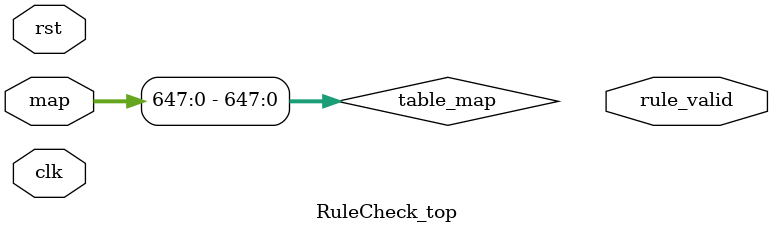
<source format=v>
module RuleCheck_top (
    input wire clk,
    input wire rst,
    input wire [8*18*6-1:0] map,

    output wire rule_valid
);

    wire [6*18*6-1:0] table_map = map[6*18*6-1:0]; // 檯面

endmodule
</source>
